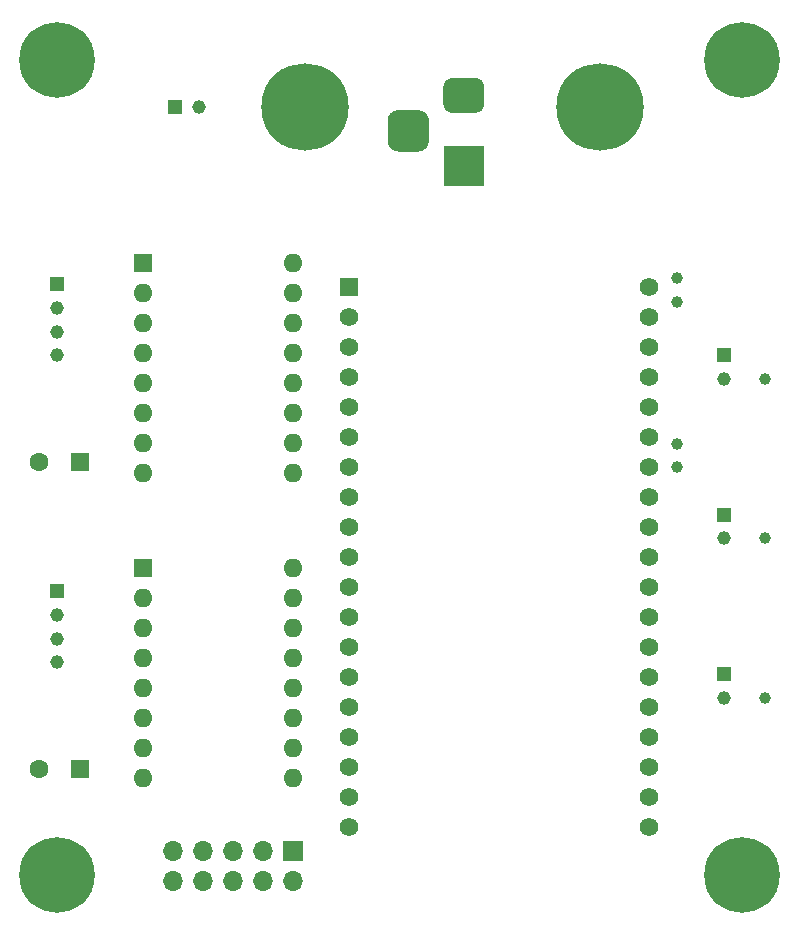
<source format=gbr>
%TF.GenerationSoftware,KiCad,Pcbnew,5.1.10*%
%TF.CreationDate,2021-08-28T10:57:21+12:00*%
%TF.ProjectId,Motor_Control,4d6f746f-725f-4436-9f6e-74726f6c2e6b,rev?*%
%TF.SameCoordinates,Original*%
%TF.FileFunction,Soldermask,Top*%
%TF.FilePolarity,Negative*%
%FSLAX46Y46*%
G04 Gerber Fmt 4.6, Leading zero omitted, Abs format (unit mm)*
G04 Created by KiCad (PCBNEW 5.1.10) date 2021-08-28 10:57:21*
%MOMM*%
%LPD*%
G01*
G04 APERTURE LIST*
%ADD10C,1.000000*%
%ADD11R,1.700000X1.700000*%
%ADD12O,1.700000X1.700000*%
%ADD13C,6.400000*%
%ADD14C,0.800000*%
%ADD15C,7.400000*%
%ADD16R,1.150000X1.150000*%
%ADD17C,1.150000*%
%ADD18R,1.600000X1.600000*%
%ADD19O,1.600000X1.600000*%
%ADD20R,1.560000X1.560000*%
%ADD21C,1.560000*%
%ADD22R,3.500000X3.500000*%
%ADD23C,1.600000*%
G04 APERTURE END LIST*
D10*
%TO.C,TP7*%
X261000000Y-98000000D03*
%TD*%
%TO.C,TP6*%
X261000000Y-111500000D03*
%TD*%
%TO.C,TP5*%
X261000000Y-125000000D03*
%TD*%
%TO.C,TP4*%
X253500000Y-103500000D03*
%TD*%
%TO.C,TP3*%
X253500000Y-105500000D03*
%TD*%
%TO.C,TP2*%
X253500000Y-89500000D03*
%TD*%
%TO.C,TP1*%
X253500000Y-91500000D03*
%TD*%
D11*
%TO.C,J6*%
X221000000Y-138000000D03*
D12*
X221000000Y-140540000D03*
X218460000Y-138000000D03*
X218460000Y-140540000D03*
X215920000Y-138000000D03*
X215920000Y-140540000D03*
X213380000Y-138000000D03*
X213380000Y-140540000D03*
X210840000Y-138000000D03*
X210840000Y-140540000D03*
%TD*%
D13*
%TO.C,H6*%
X259000000Y-71000000D03*
D14*
X259000000Y-73400000D03*
X257302944Y-72697056D03*
X256600000Y-71000000D03*
X257302944Y-69302944D03*
X259000000Y-68600000D03*
X260697056Y-69302944D03*
X261400000Y-71000000D03*
X260697056Y-72697056D03*
%TD*%
D13*
%TO.C,H5*%
X259000000Y-140000000D03*
D14*
X256600000Y-140000000D03*
X257302944Y-138302944D03*
X259000000Y-137600000D03*
X260697056Y-138302944D03*
X261400000Y-140000000D03*
X260697056Y-141697056D03*
X259000000Y-142400000D03*
X257302944Y-141697056D03*
%TD*%
D13*
%TO.C,H4*%
X201000000Y-71000000D03*
D14*
X203400000Y-71000000D03*
X202697056Y-72697056D03*
X201000000Y-73400000D03*
X199302944Y-72697056D03*
X198600000Y-71000000D03*
X199302944Y-69302944D03*
X201000000Y-68600000D03*
X202697056Y-69302944D03*
%TD*%
D13*
%TO.C,H3*%
X201000000Y-140000000D03*
D14*
X201000000Y-137600000D03*
X202697056Y-138302944D03*
X203400000Y-140000000D03*
X202697056Y-141697056D03*
X201000000Y-142400000D03*
X199302944Y-141697056D03*
X198600000Y-140000000D03*
X199302944Y-138302944D03*
%TD*%
D15*
%TO.C,H2*%
X247000000Y-75000000D03*
D14*
X249775000Y-75000000D03*
X248962221Y-76962221D03*
X247000000Y-77775000D03*
X245037779Y-76962221D03*
X244225000Y-75000000D03*
X245037779Y-73037779D03*
X247000000Y-72225000D03*
X248962221Y-73037779D03*
%TD*%
D15*
%TO.C,H1*%
X222000000Y-75000000D03*
D14*
X224775000Y-75000000D03*
X223962221Y-76962221D03*
X222000000Y-77775000D03*
X220037779Y-76962221D03*
X219225000Y-75000000D03*
X220037779Y-73037779D03*
X222000000Y-72225000D03*
X223962221Y-73037779D03*
%TD*%
D16*
%TO.C,M2*%
X201000000Y-90000000D03*
D17*
X201000000Y-92000001D03*
X201000000Y-94000000D03*
X201000000Y-96000001D03*
%TD*%
D16*
%TO.C,M1*%
X201000000Y-116000000D03*
D17*
X201000000Y-118000001D03*
X201000000Y-120000000D03*
X201000000Y-122000001D03*
%TD*%
D16*
%TO.C,J1*%
X211000000Y-75000000D03*
D17*
X213000001Y-75000000D03*
%TD*%
D16*
%TO.C,J5*%
X257510001Y-109500000D03*
D17*
X257510001Y-111500001D03*
%TD*%
D16*
%TO.C,J4*%
X257510001Y-96000000D03*
D17*
X257510001Y-98000001D03*
%TD*%
D16*
%TO.C,J3*%
X257510001Y-123000000D03*
D17*
X257510001Y-125000001D03*
%TD*%
D18*
%TO.C,A2*%
X208300000Y-88220000D03*
D19*
X221000000Y-106000000D03*
X208300000Y-90760000D03*
X221000000Y-103460000D03*
X208300000Y-93300000D03*
X221000000Y-100920000D03*
X208300000Y-95840000D03*
X221000000Y-98380000D03*
X208300000Y-98380000D03*
X221000000Y-95840000D03*
X208300000Y-100920000D03*
X221000000Y-93300000D03*
X208300000Y-103460000D03*
X221000000Y-90760000D03*
X208300000Y-106000000D03*
X221000000Y-88220000D03*
%TD*%
D20*
%TO.C,U1*%
X225744000Y-90252000D03*
D21*
X225744000Y-92792000D03*
X225744000Y-135972000D03*
X225744000Y-95332000D03*
X225744000Y-97872000D03*
X225744000Y-100412000D03*
X225744000Y-102952000D03*
X225744000Y-105492000D03*
X225744000Y-108032000D03*
X225744000Y-110572000D03*
X225744000Y-113112000D03*
X225744000Y-115652000D03*
X225744000Y-118192000D03*
X225744000Y-120732000D03*
X225744000Y-123272000D03*
X225744000Y-125812000D03*
X225744000Y-128352000D03*
X225744000Y-130892000D03*
X225744000Y-133432000D03*
X251144000Y-90252000D03*
X251144000Y-92792000D03*
X251144000Y-95332000D03*
X251144000Y-97872000D03*
X251144000Y-100412000D03*
X251144000Y-102952000D03*
X251144000Y-105492000D03*
X251144000Y-108032000D03*
X251144000Y-110572000D03*
X251144000Y-113112000D03*
X251144000Y-115652000D03*
X251144000Y-118192000D03*
X251144000Y-120732000D03*
X251144000Y-123272000D03*
X251144000Y-125812000D03*
X251144000Y-128352000D03*
X251144000Y-130892000D03*
X251144000Y-133432000D03*
X251144000Y-135972000D03*
%TD*%
D22*
%TO.C,J2*%
X235457500Y-80000000D03*
G36*
G01*
X234457500Y-72500000D02*
X236457500Y-72500000D01*
G75*
G02*
X237207500Y-73250000I0J-750000D01*
G01*
X237207500Y-74750000D01*
G75*
G02*
X236457500Y-75500000I-750000J0D01*
G01*
X234457500Y-75500000D01*
G75*
G02*
X233707500Y-74750000I0J750000D01*
G01*
X233707500Y-73250000D01*
G75*
G02*
X234457500Y-72500000I750000J0D01*
G01*
G37*
G36*
G01*
X229882500Y-75250000D02*
X231632500Y-75250000D01*
G75*
G02*
X232507500Y-76125000I0J-875000D01*
G01*
X232507500Y-77875000D01*
G75*
G02*
X231632500Y-78750000I-875000J0D01*
G01*
X229882500Y-78750000D01*
G75*
G02*
X229007500Y-77875000I0J875000D01*
G01*
X229007500Y-76125000D01*
G75*
G02*
X229882500Y-75250000I875000J0D01*
G01*
G37*
%TD*%
D18*
%TO.C,C2*%
X203000000Y-105000000D03*
D23*
X199500000Y-105000000D03*
%TD*%
D18*
%TO.C,C1*%
X203000000Y-131000000D03*
D23*
X199500000Y-131000000D03*
%TD*%
D18*
%TO.C,A1*%
X208300000Y-114000000D03*
D19*
X221000000Y-131780000D03*
X208300000Y-116540000D03*
X221000000Y-129240000D03*
X208300000Y-119080000D03*
X221000000Y-126700000D03*
X208300000Y-121620000D03*
X221000000Y-124160000D03*
X208300000Y-124160000D03*
X221000000Y-121620000D03*
X208300000Y-126700000D03*
X221000000Y-119080000D03*
X208300000Y-129240000D03*
X221000000Y-116540000D03*
X208300000Y-131780000D03*
X221000000Y-114000000D03*
%TD*%
M02*

</source>
